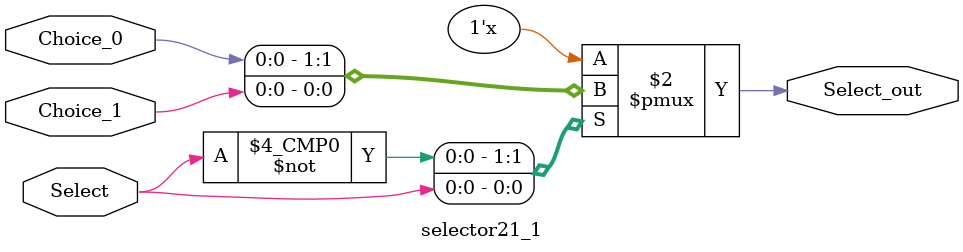
<source format=v>
`timescale 1ns / 1ps


module selector21_1(
	input Choice_0 , Choice_1,
	input Select,
	output reg Select_out
);

	always@(*)
	begin
		case(Select)
			1'b0: Select_out = Choice_0;
			1'b1: Select_out = Choice_1;
		endcase
	end
endmodule

</source>
